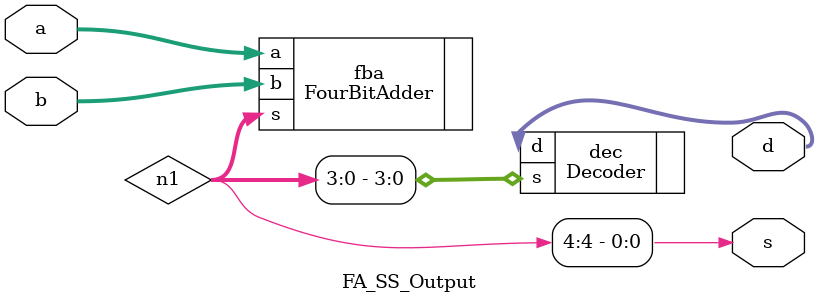
<source format=v>
`timescale 1ns / 1ps


module FA_SS_Output
(
    input [3:0] a, b,
    output s,
    output [6:0] d
);

    wire [4:0] n1;

    FourBitAdder fba(.a(a), .b(b), .s(n1));
    Decoder dec(.s(n1[3:0]), .d(d));
    
    assign s = n1[4];
    
endmodule

</source>
